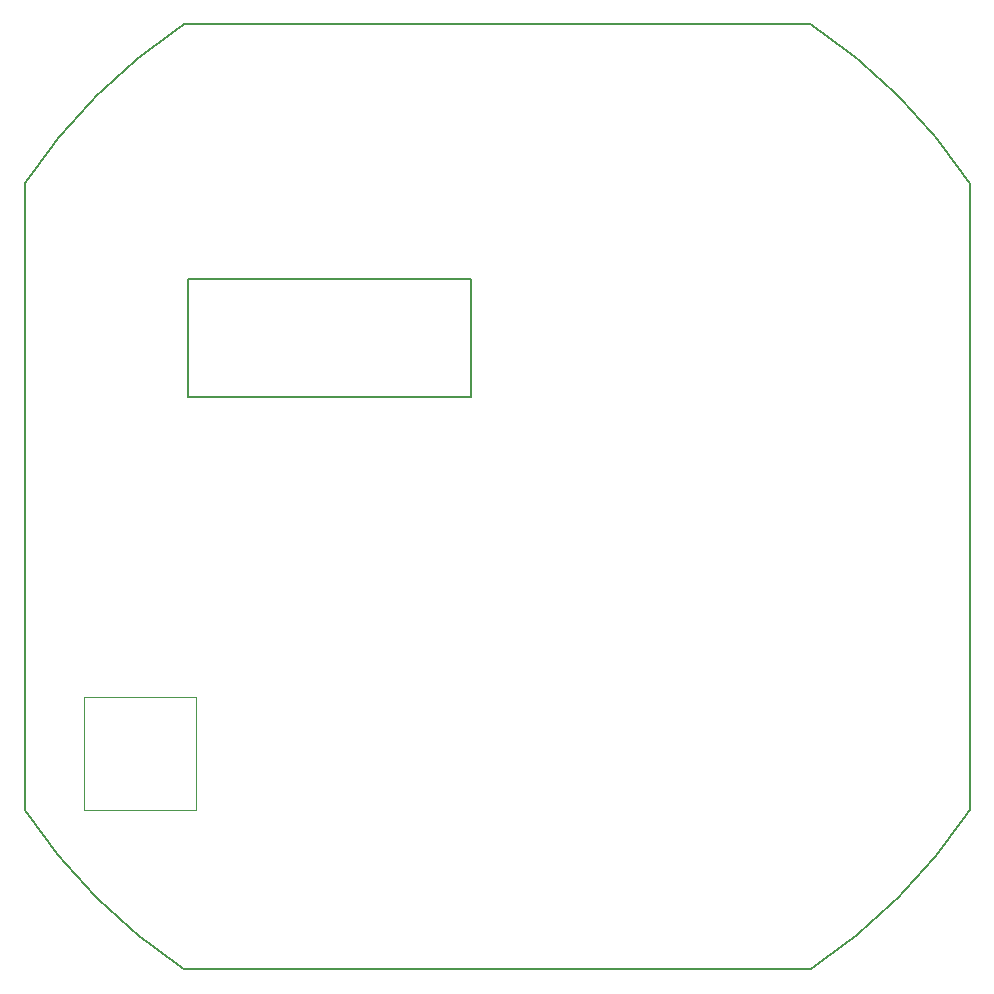
<source format=gbr>
%TF.GenerationSoftware,KiCad,Pcbnew,6.0.10*%
%TF.CreationDate,2023-01-12T12:24:56+03:00*%
%TF.ProjectId,nitrogen,6e697472-6f67-4656-9e2e-6b696361645f,rev?*%
%TF.SameCoordinates,Original*%
%TF.FileFunction,Profile,NP*%
%FSLAX46Y46*%
G04 Gerber Fmt 4.6, Leading zero omitted, Abs format (unit mm)*
G04 Created by KiCad (PCBNEW 6.0.10) date 2023-01-12 12:24:56*
%MOMM*%
%LPD*%
G01*
G04 APERTURE LIST*
%TA.AperFunction,Profile*%
%ADD10C,0.200000*%
%TD*%
%TA.AperFunction,Profile*%
%ADD11C,0.100000*%
%TD*%
%TA.AperFunction,Profile*%
%ADD12C,0.150000*%
%TD*%
G04 APERTURE END LIST*
D10*
X165532978Y-125000020D02*
X112466982Y-125000020D01*
D11*
X104000000Y-102000000D02*
X113500000Y-102000000D01*
X113500000Y-102000000D02*
X113500000Y-111500000D01*
X113500000Y-111500000D02*
X104000000Y-111500000D01*
X104000000Y-111500000D02*
X104000000Y-102000000D01*
D10*
X112466982Y-45000020D02*
X165532978Y-45000020D01*
D12*
X112850000Y-66600000D02*
X136750000Y-66600000D01*
X136750000Y-66600000D02*
X136750000Y-76600000D01*
X136750000Y-76600000D02*
X112850000Y-76600000D01*
X112850000Y-76600000D02*
X112850000Y-66600000D01*
D10*
X98999980Y-111533018D02*
G75*
G03*
X112466982Y-125000020I39978220J26511218D01*
G01*
X178999980Y-58467022D02*
G75*
G03*
X165532978Y-45000020I-39978180J-26511178D01*
G01*
X165532972Y-125000011D02*
G75*
G03*
X178999980Y-111533018I-26511172J39978211D01*
G01*
X178999980Y-58467022D02*
X178999980Y-111533018D01*
X112466976Y-45000010D02*
G75*
G03*
X98999980Y-58467022I26511224J-39978190D01*
G01*
X98999980Y-111533018D02*
X98999980Y-58467022D01*
M02*

</source>
